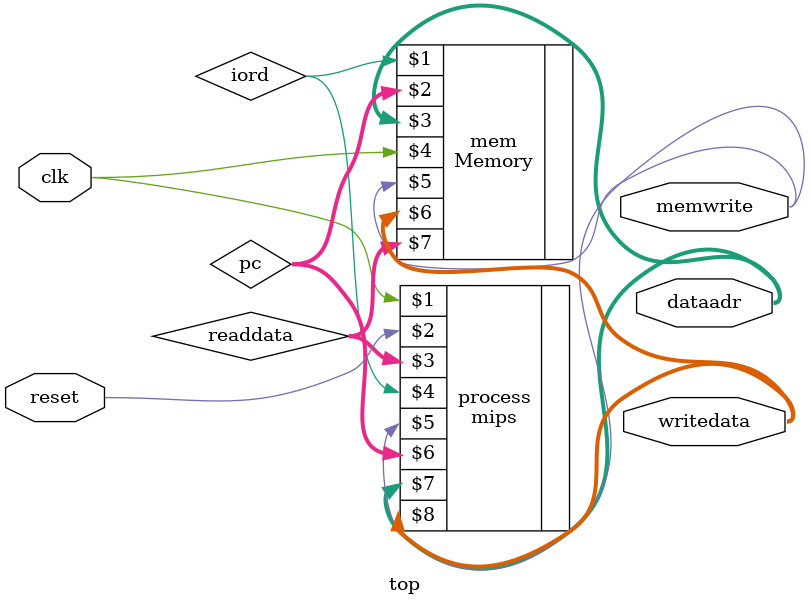
<source format=sv>
/**
 * Top Module for multi-cycle MIPS Processor
 */
module top(
  input logic clk, reset,
  output logic[31:0] writedata, dataadr,
  output logic memwrite
);
  logic[31:0] pc, readdata;
  logic iord;
  // processor!
  mips process(
    clk, reset,
    readdata,
    iord,
    memwrite,
    pc,
    dataadr,  // aluout
    writedata
  );
  // link to memory!
  Memory mem(
    iord,
    pc,
    dataadr,
    clk,
    memwrite,  // we
    writedata,
    readdata
  );
endmodule

</source>
